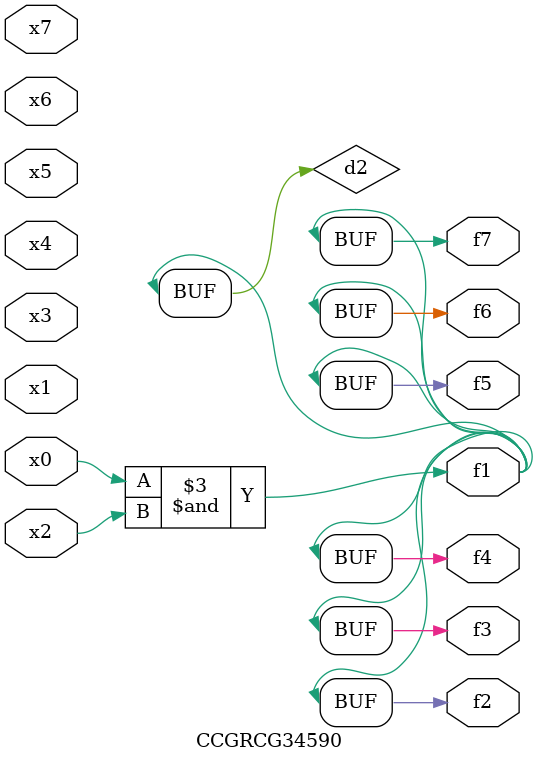
<source format=v>
module CCGRCG34590(
	input x0, x1, x2, x3, x4, x5, x6, x7,
	output f1, f2, f3, f4, f5, f6, f7
);

	wire d1, d2;

	nor (d1, x3, x6);
	and (d2, x0, x2);
	assign f1 = d2;
	assign f2 = d2;
	assign f3 = d2;
	assign f4 = d2;
	assign f5 = d2;
	assign f6 = d2;
	assign f7 = d2;
endmodule

</source>
